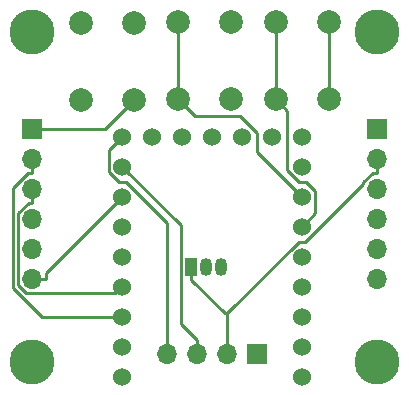
<source format=gbr>
%TF.GenerationSoftware,KiCad,Pcbnew,(6.0.7)*%
%TF.CreationDate,2022-09-06T06:54:50-05:00*%
%TF.ProjectId,OpenMuscle2,4f70656e-4d75-4736-936c-65322e6b6963,rev?*%
%TF.SameCoordinates,Original*%
%TF.FileFunction,Copper,L2,Bot*%
%TF.FilePolarity,Positive*%
%FSLAX46Y46*%
G04 Gerber Fmt 4.6, Leading zero omitted, Abs format (unit mm)*
G04 Created by KiCad (PCBNEW (6.0.7)) date 2022-09-06 06:54:50*
%MOMM*%
%LPD*%
G01*
G04 APERTURE LIST*
%TA.AperFunction,ComponentPad*%
%ADD10R,1.700000X1.700000*%
%TD*%
%TA.AperFunction,ComponentPad*%
%ADD11O,1.700000X1.700000*%
%TD*%
%TA.AperFunction,ComponentPad*%
%ADD12C,3.800000*%
%TD*%
%TA.AperFunction,ComponentPad*%
%ADD13R,1.050000X1.500000*%
%TD*%
%TA.AperFunction,ComponentPad*%
%ADD14O,1.050000X1.500000*%
%TD*%
%TA.AperFunction,ComponentPad*%
%ADD15C,2.000000*%
%TD*%
%TA.AperFunction,ComponentPad*%
%ADD16C,1.524000*%
%TD*%
%TA.AperFunction,Conductor*%
%ADD17C,0.250000*%
%TD*%
G04 APERTURE END LIST*
D10*
%TO.P,J3,1,Pin_1*%
%TO.N,Net-(H0-Pad3)*%
X194310000Y-102235000D03*
D11*
%TO.P,J3,2,Pin_2*%
%TO.N,Net-(H0-Pad1)*%
X191770000Y-102235000D03*
%TO.P,J3,3,Pin_3*%
%TO.N,Net-(WSRP1-Pad15)*%
X189230000Y-102235000D03*
%TO.P,J3,4,Pin_4*%
%TO.N,Net-(WSRP1-Pad14)*%
X186690000Y-102235000D03*
%TD*%
D12*
%TO.P,H4,1*%
%TO.N,N/C*%
X204470000Y-102870000D03*
%TD*%
D13*
%TO.P,U1,1,VCC*%
%TO.N,Net-(H0-Pad1)*%
X188722000Y-94848000D03*
D14*
%TO.P,U1,2,GND*%
%TO.N,Net-(H0-Pad3)*%
X189992000Y-94848000D03*
%TO.P,U1,3,OUT*%
%TO.N,Net-(H0-Pad2)*%
X191262000Y-94848000D03*
%TD*%
D12*
%TO.P,H2,1*%
%TO.N,N/C*%
X175260000Y-74930000D03*
%TD*%
%TO.P,H1,1*%
%TO.N,N/C*%
X204470000Y-74930000D03*
%TD*%
%TO.P,H3,1*%
%TO.N,N/C*%
X175260000Y-102870000D03*
%TD*%
D10*
%TO.P,J2,1,Pin_1*%
%TO.N,Net-(J1-Pad1)*%
X175260000Y-83185000D03*
D11*
%TO.P,J2,2,Pin_2*%
%TO.N,Net-(H0-Pad1)*%
X175260000Y-85725000D03*
%TO.P,J2,3,Pin_3*%
%TO.N,Net-(J1-Pad3)*%
X175260000Y-88265000D03*
%TO.P,J2,4,Pin_4*%
%TO.N,Net-(J1-Pad4)*%
X175260000Y-90805000D03*
%TO.P,J2,5,Pin_5*%
%TO.N,Net-(J1-Pad5)*%
X175260000Y-93345000D03*
%TO.P,J2,6,Pin_6*%
%TO.N,Net-(J1-Pad6)*%
X175260000Y-95885000D03*
%TD*%
D15*
%TO.P,SW2,1,A*%
%TO.N,Net-(WSRP1-Pad6)*%
X187615000Y-80645000D03*
X187615000Y-74145000D03*
%TO.P,SW2,2,B*%
%TO.N,Net-(J1-Pad1)*%
X192115000Y-74145000D03*
X192115000Y-80645000D03*
%TD*%
%TO.P,SW3,1,A*%
%TO.N,Net-(WSRP1-Pad7)*%
X179360000Y-80720000D03*
X179360000Y-74220000D03*
%TO.P,SW3,2,B*%
%TO.N,Net-(J1-Pad1)*%
X183860000Y-80720000D03*
X183860000Y-74220000D03*
%TD*%
%TO.P,SW1,1,A*%
%TO.N,Net-(WSRP1-Pad5)*%
X195870000Y-80645000D03*
X195870000Y-74145000D03*
%TO.P,SW1,2,B*%
%TO.N,Net-(J1-Pad1)*%
X200370000Y-80645000D03*
X200370000Y-74145000D03*
%TD*%
D10*
%TO.P,J1,1,Pin_1*%
%TO.N,Net-(J1-Pad1)*%
X204470000Y-83185000D03*
D11*
%TO.P,J1,2,Pin_2*%
%TO.N,Net-(H0-Pad1)*%
X204470000Y-85725000D03*
%TO.P,J1,3,Pin_3*%
%TO.N,Net-(J1-Pad3)*%
X204470000Y-88265000D03*
%TO.P,J1,4,Pin_4*%
%TO.N,Net-(J1-Pad4)*%
X204470000Y-90805000D03*
%TO.P,J1,5,Pin_5*%
%TO.N,Net-(J1-Pad5)*%
X204470000Y-93345000D03*
%TO.P,J1,6,Pin_6*%
%TO.N,Net-(J1-Pad6)*%
X204470000Y-95885000D03*
%TD*%
D16*
%TO.P,WSRP1,0,0*%
%TO.N,unconnected-(WSRP1-Pad0)*%
X198120000Y-104140000D03*
%TO.P,WSRP1,1,1*%
%TO.N,unconnected-(WSRP1-Pad1)*%
X198120000Y-101600000D03*
%TO.P,WSRP1,2,2*%
%TO.N,unconnected-(WSRP1-Pad2)*%
X198120000Y-99060000D03*
%TO.P,WSRP1,3,3*%
%TO.N,unconnected-(WSRP1-Pad3)*%
X198120000Y-96520000D03*
%TO.P,WSRP1,4,4*%
%TO.N,unconnected-(WSRP1-Pad4)*%
X198120000Y-93980000D03*
%TO.P,WSRP1,5,5*%
%TO.N,Net-(WSRP1-Pad5)*%
X198120000Y-91440000D03*
%TO.P,WSRP1,6,6*%
%TO.N,Net-(WSRP1-Pad6)*%
X198120000Y-88900000D03*
%TO.P,WSRP1,7,7*%
%TO.N,Net-(WSRP1-Pad7)*%
X198120000Y-86360000D03*
%TO.P,WSRP1,8,8*%
%TO.N,unconnected-(WSRP1-Pad8)*%
X198120000Y-83820000D03*
%TO.P,WSRP1,9,9*%
%TO.N,unconnected-(WSRP1-Pad9)*%
X195580000Y-83820000D03*
%TO.P,WSRP1,10,10*%
%TO.N,unconnected-(WSRP1-Pad10)*%
X193040000Y-83820000D03*
%TO.P,WSRP1,11,11*%
%TO.N,unconnected-(WSRP1-Pad11)*%
X190500000Y-83820000D03*
%TO.P,WSRP1,12,12*%
%TO.N,unconnected-(WSRP1-Pad12)*%
X187960000Y-83820000D03*
%TO.P,WSRP1,13,13*%
%TO.N,unconnected-(WSRP1-Pad13)*%
X185420000Y-83820000D03*
%TO.P,WSRP1,14,14*%
%TO.N,Net-(WSRP1-Pad14)*%
X182880000Y-83820000D03*
%TO.P,WSRP1,15,15*%
%TO.N,Net-(WSRP1-Pad15)*%
X182880000Y-86360000D03*
%TO.P,WSRP1,26,ADC0*%
%TO.N,Net-(J1-Pad6)*%
X182880000Y-88900000D03*
%TO.P,WSRP1,27,ADC1*%
%TO.N,Net-(J1-Pad5)*%
X182880000Y-91440000D03*
%TO.P,WSRP1,28,ADC2*%
%TO.N,Net-(J1-Pad4)*%
X182880000Y-93980000D03*
%TO.P,WSRP1,29,ADC3*%
%TO.N,Net-(J1-Pad3)*%
X182880000Y-96520000D03*
%TO.P,WSRP1,30,3V3*%
%TO.N,Net-(H0-Pad1)*%
X182880000Y-99060000D03*
%TO.P,WSRP1,31,GND*%
%TO.N,Net-(H0-Pad3)*%
X182880000Y-101600000D03*
%TO.P,WSRP1,32,5V*%
%TO.N,unconnected-(WSRP1-Pad32)*%
X182880000Y-104140000D03*
%TD*%
D17*
%TO.N,Net-(WSRP1-Pad14)*%
X186690000Y-91151800D02*
X186690000Y-102235000D01*
X183168200Y-87630000D02*
X186690000Y-91151800D01*
X182593300Y-87630000D02*
X183168200Y-87630000D01*
X181746900Y-86783600D02*
X182593300Y-87630000D01*
X181746900Y-84953100D02*
X181746900Y-86783600D01*
X182880000Y-83820000D02*
X181746900Y-84953100D01*
%TO.N,Net-(WSRP1-Pad15)*%
X187865400Y-99695100D02*
X189230000Y-101059700D01*
X187865400Y-91345400D02*
X187865400Y-99695100D01*
X182880000Y-86360000D02*
X187865400Y-91345400D01*
X189230000Y-102235000D02*
X189230000Y-101059700D01*
%TO.N,Net-(WSRP1-Pad6)*%
X189019100Y-82049100D02*
X187615000Y-80645000D01*
X192850700Y-82049100D02*
X189019100Y-82049100D01*
X194310000Y-83508400D02*
X192850700Y-82049100D01*
X194310000Y-85090000D02*
X194310000Y-83508400D01*
X198120000Y-88900000D02*
X194310000Y-85090000D01*
X187615000Y-74145000D02*
X187615000Y-80645000D01*
%TO.N,Net-(WSRP1-Pad5)*%
X196850000Y-81625000D02*
X195870000Y-80645000D01*
X196850000Y-86648400D02*
X196850000Y-81625000D01*
X197831600Y-87630000D02*
X196850000Y-86648400D01*
X198406200Y-87630000D02*
X197831600Y-87630000D01*
X199228400Y-88452200D02*
X198406200Y-87630000D01*
X199228400Y-90331600D02*
X199228400Y-88452200D01*
X198120000Y-91440000D02*
X199228400Y-90331600D01*
X195870000Y-74145000D02*
X195870000Y-80645000D01*
%TO.N,Net-(J1-Pad1)*%
X200370000Y-74145000D02*
X200370000Y-80645000D01*
X181395000Y-83185000D02*
X175260000Y-83185000D01*
X183860000Y-80720000D02*
X181395000Y-83185000D01*
%TO.N,Net-(J1-Pad6)*%
X176435300Y-95344700D02*
X176435300Y-95885000D01*
X182880000Y-88900000D02*
X176435300Y-95344700D01*
X175260000Y-95885000D02*
X176435300Y-95885000D01*
%TO.N,Net-(J1-Pad3)*%
X174958700Y-89440300D02*
X175260000Y-89440300D01*
X174084700Y-90314300D02*
X174958700Y-89440300D01*
X174084700Y-96413000D02*
X174084700Y-90314300D01*
X174759900Y-97088200D02*
X174084700Y-96413000D01*
X182311800Y-97088200D02*
X174759900Y-97088200D01*
X182880000Y-96520000D02*
X182311800Y-97088200D01*
X175260000Y-88265000D02*
X175260000Y-89440300D01*
%TO.N,Net-(H0-Pad1)*%
X204470000Y-85725000D02*
X204470000Y-86900300D01*
X188722000Y-94848000D02*
X188722000Y-95923300D01*
X191770000Y-102235000D02*
X191770000Y-101059700D01*
X175260000Y-85725000D02*
X175260000Y-86900300D01*
X176094800Y-99060000D02*
X182880000Y-99060000D01*
X173634400Y-96599600D02*
X176094800Y-99060000D01*
X173634400Y-88158500D02*
X173634400Y-96599600D01*
X174892600Y-86900300D02*
X173634400Y-88158500D01*
X175260000Y-86900300D02*
X174892600Y-86900300D01*
X191588600Y-98789900D02*
X191770000Y-98789900D01*
X188722000Y-95923300D02*
X191588600Y-98789900D01*
X191770000Y-101059700D02*
X191770000Y-98789900D01*
X204092200Y-86900300D02*
X204470000Y-86900300D01*
X203294700Y-87697800D02*
X204092200Y-86900300D01*
X203294700Y-87811900D02*
X203294700Y-87697800D01*
X198396600Y-92710000D02*
X203294700Y-87811900D01*
X197849900Y-92710000D02*
X198396600Y-92710000D01*
X191770000Y-98789900D02*
X197849900Y-92710000D01*
%TD*%
M02*

</source>
